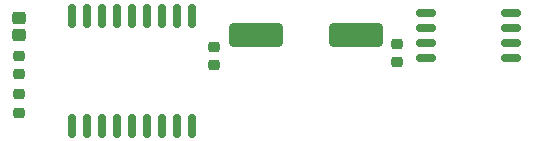
<source format=gbr>
%TF.GenerationSoftware,KiCad,Pcbnew,9.0.4*%
%TF.CreationDate,2025-11-23T23:56:54-07:00*%
%TF.ProjectId,New Tachometer,4e657720-5461-4636-986f-6d657465722e,rev?*%
%TF.SameCoordinates,Original*%
%TF.FileFunction,Paste,Top*%
%TF.FilePolarity,Positive*%
%FSLAX46Y46*%
G04 Gerber Fmt 4.6, Leading zero omitted, Abs format (unit mm)*
G04 Created by KiCad (PCBNEW 9.0.4) date 2025-11-23 23:56:54*
%MOMM*%
%LPD*%
G01*
G04 APERTURE LIST*
G04 Aperture macros list*
%AMRoundRect*
0 Rectangle with rounded corners*
0 $1 Rounding radius*
0 $2 $3 $4 $5 $6 $7 $8 $9 X,Y pos of 4 corners*
0 Add a 4 corners polygon primitive as box body*
4,1,4,$2,$3,$4,$5,$6,$7,$8,$9,$2,$3,0*
0 Add four circle primitives for the rounded corners*
1,1,$1+$1,$2,$3*
1,1,$1+$1,$4,$5*
1,1,$1+$1,$6,$7*
1,1,$1+$1,$8,$9*
0 Add four rect primitives between the rounded corners*
20,1,$1+$1,$2,$3,$4,$5,0*
20,1,$1+$1,$4,$5,$6,$7,0*
20,1,$1+$1,$6,$7,$8,$9,0*
20,1,$1+$1,$8,$9,$2,$3,0*%
G04 Aperture macros list end*
%ADD10RoundRect,0.250000X-2.000000X-0.750000X2.000000X-0.750000X2.000000X0.750000X-2.000000X0.750000X0*%
%ADD11RoundRect,0.150000X0.150000X-0.875000X0.150000X0.875000X-0.150000X0.875000X-0.150000X-0.875000X0*%
%ADD12RoundRect,0.225000X0.250000X-0.225000X0.250000X0.225000X-0.250000X0.225000X-0.250000X-0.225000X0*%
%ADD13RoundRect,0.162500X-0.650000X-0.162500X0.650000X-0.162500X0.650000X0.162500X-0.650000X0.162500X0*%
%ADD14RoundRect,0.250000X-0.315000X0.295000X-0.315000X-0.295000X0.315000X-0.295000X0.315000X0.295000X0*%
G04 APERTURE END LIST*
D10*
%TO.C,X1*%
X118750000Y-95250000D03*
X127250000Y-95250000D03*
%TD*%
D11*
%TO.C,U3*%
X103170000Y-102900000D03*
X104440000Y-102900000D03*
X105710000Y-102900000D03*
X106980000Y-102900000D03*
X108250000Y-102900000D03*
X109520000Y-102900000D03*
X110790000Y-102900000D03*
X112060000Y-102900000D03*
X113330000Y-102900000D03*
X113330000Y-93600000D03*
X112060000Y-93600000D03*
X110790000Y-93600000D03*
X109520000Y-93600000D03*
X108250000Y-93600000D03*
X106980000Y-93600000D03*
X105710000Y-93600000D03*
X104440000Y-93600000D03*
X103170000Y-93600000D03*
%TD*%
D12*
%TO.C,C15*%
X98750000Y-101800000D03*
X98750000Y-100250000D03*
%TD*%
%TO.C,C13*%
X130750000Y-97525000D03*
X130750000Y-95975000D03*
%TD*%
D13*
%TO.C,U4*%
X133162500Y-93345000D03*
X133162500Y-94615000D03*
X133162500Y-95885000D03*
X133162500Y-97155000D03*
X140337500Y-97155000D03*
X140337500Y-95885000D03*
X140337500Y-94615000D03*
X140337500Y-93345000D03*
%TD*%
D12*
%TO.C,C14*%
X115250000Y-97775000D03*
X115250000Y-96225000D03*
%TD*%
D14*
%TO.C,C11*%
X98750000Y-93810000D03*
X98750000Y-95240000D03*
%TD*%
D12*
%TO.C,C12*%
X98750000Y-98550000D03*
X98750000Y-97000000D03*
%TD*%
M02*

</source>
